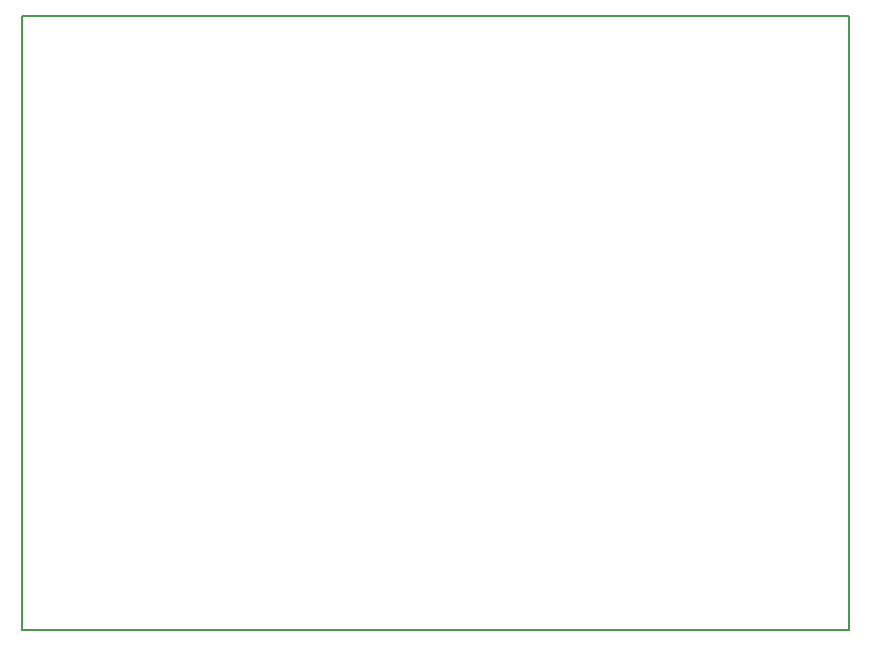
<source format=gm1>
G04 #@! TF.GenerationSoftware,KiCad,Pcbnew,(5.1.5-0-10_14)*
G04 #@! TF.CreationDate,2020-05-24T14:41:35+12:00*
G04 #@! TF.ProjectId,power-board,706f7765-722d-4626-9f61-72642e6b6963,C*
G04 #@! TF.SameCoordinates,Original*
G04 #@! TF.FileFunction,Profile,NP*
%FSLAX46Y46*%
G04 Gerber Fmt 4.6, Leading zero omitted, Abs format (unit mm)*
G04 Created by KiCad (PCBNEW (5.1.5-0-10_14)) date 2020-05-24 14:41:35*
%MOMM*%
%LPD*%
G04 APERTURE LIST*
%ADD10C,0.200000*%
G04 APERTURE END LIST*
D10*
X111800000Y-94400000D02*
X111800000Y-42400000D01*
X41800000Y-42400000D02*
X41800000Y-94400000D01*
X111800000Y-42400000D02*
X41800000Y-42400000D01*
X41800000Y-94400000D02*
X111800000Y-94400000D01*
M02*

</source>
